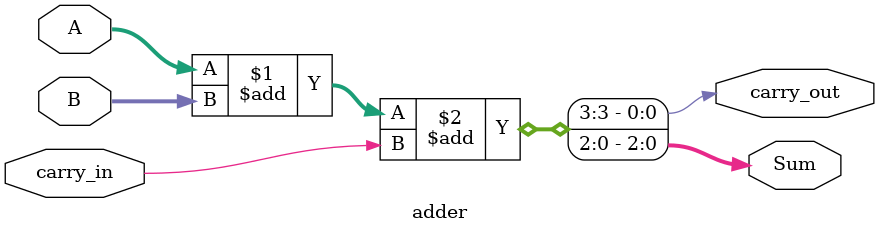
<source format=sv>
`timescale 1ps/1ps


module adder(
    input [2:0] A, B,    
    input carry_in,      
    output [2:0] Sum,    
    output carry_out     
);
    assign {carry_out, Sum} = A + B + carry_in; //????
endmodule

</source>
